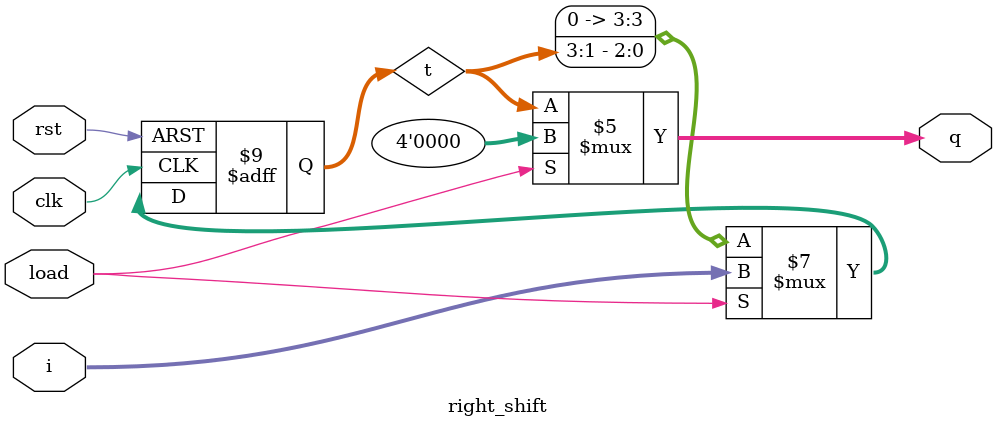
<source format=v>

module right_shift #(parameter n=4)
(input clk,rst,load,
 input [n-1:0]i,
 output [n-1:0]q);

//reg w=1'b0;
reg [n-1:0]t;

always @ (posedge clk,negedge rst)
begin
	if(!rst)
	begin
	t<={n{1'b0}};
	//w<=1'b0;
	end
	
	else if(load==1)
	begin
	t<=i;
	end
	
	else
	begin
	t<={1'b0,t[n-1:1]};
	//w<=w;
	end

end

assign q=(!load)?t:{n{1'b0}};

endmodule

</source>
